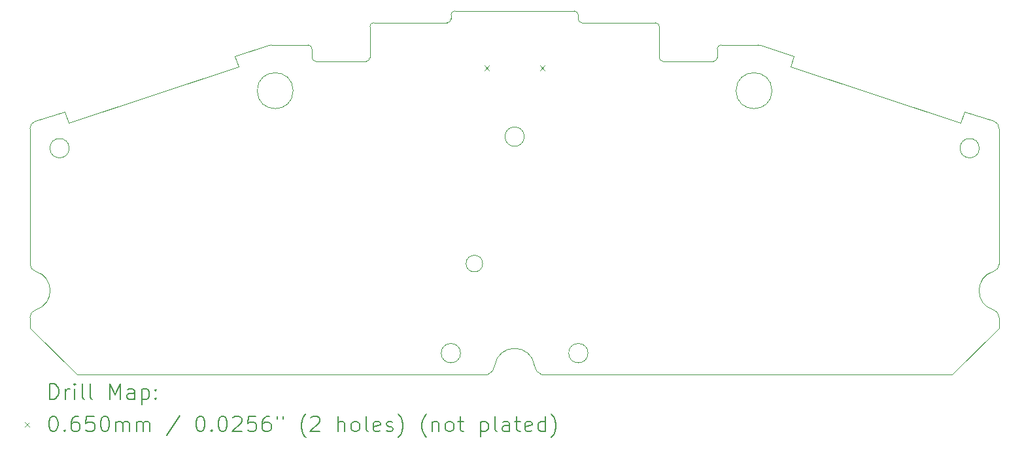
<source format=gbr>
%TF.GenerationSoftware,KiCad,Pcbnew,7.0.6*%
%TF.CreationDate,2023-09-01T19:54:16-07:00*%
%TF.ProjectId,sgpp_main_pcb,73677070-5f6d-4616-996e-5f7063622e6b,1*%
%TF.SameCoordinates,Original*%
%TF.FileFunction,Drillmap*%
%TF.FilePolarity,Positive*%
%FSLAX45Y45*%
G04 Gerber Fmt 4.5, Leading zero omitted, Abs format (unit mm)*
G04 Created by KiCad (PCBNEW 7.0.6) date 2023-09-01 19:54:16*
%MOMM*%
%LPD*%
G01*
G04 APERTURE LIST*
%ADD10C,0.100000*%
%ADD11C,0.200000*%
%ADD12C,0.065000*%
G04 APERTURE END LIST*
D10*
X14652062Y-12353506D02*
G75*
G03*
X14742372Y-12239247I-46352J129456D01*
G01*
X14125964Y-7795232D02*
X13175964Y-7795232D01*
X21274064Y-11747987D02*
X21274064Y-11611856D01*
X15950000Y-12075759D02*
G75*
G03*
X15950000Y-12075759I-125000J0D01*
G01*
X8725938Y-10920208D02*
G75*
G03*
X8798159Y-11016273I100012J8D01*
G01*
X13075964Y-8295234D02*
G75*
G03*
X13125964Y-8245232I6J49994D01*
G01*
X15257917Y-12241439D02*
G75*
G03*
X15347937Y-12353508I136393J17369D01*
G01*
X8725936Y-9165932D02*
X8725936Y-10920208D01*
X15347937Y-12353509D02*
G75*
G03*
X15364801Y-12356438I16863J47069D01*
G01*
X9233000Y-9420743D02*
G75*
G03*
X9233000Y-9420743I-125000J0D01*
G01*
X21274064Y-10920208D02*
X21274064Y-9165932D01*
X8798158Y-11515807D02*
G75*
G03*
X8798159Y-11016274I-72218J249767D01*
G01*
X21017000Y-9420743D02*
G75*
G03*
X21017000Y-9420743I-125000J0D01*
G01*
X15257916Y-12241439D02*
G75*
G03*
X14742372Y-12239247I-257917J-32841D01*
G01*
X14175964Y-7693562D02*
X14175964Y-7745232D01*
X12375962Y-8133737D02*
G75*
G03*
X12325964Y-8083737I-50003J-3D01*
G01*
X18151182Y-8083737D02*
X17674036Y-8083737D01*
X17574036Y-8295226D02*
G75*
G03*
X17624036Y-8245232I4J49996D01*
G01*
X20665613Y-12356438D02*
X21274064Y-11747987D01*
X11426016Y-8368313D02*
X9223094Y-9096008D01*
X12325964Y-8083737D02*
X11848818Y-8083737D01*
X13175964Y-7795234D02*
G75*
G03*
X13125964Y-7845232I6J-50006D01*
G01*
X21201840Y-11016271D02*
G75*
G03*
X21201841Y-11515809I72220J-249769D01*
G01*
X17674036Y-8083736D02*
G75*
G03*
X17624036Y-8133737I4J-50004D01*
G01*
X15824038Y-7693562D02*
G75*
G03*
X15774036Y-7643562I-49998J2D01*
G01*
X21201842Y-11016278D02*
G75*
G03*
X21274064Y-10920208I-27782J96068D01*
G01*
X9223094Y-9096008D02*
X9174091Y-8947663D01*
X21204965Y-9070826D02*
X20825909Y-8947663D01*
X15824036Y-7745232D02*
X15824036Y-7693562D01*
X14635200Y-12356439D02*
G75*
G03*
X14652063Y-12353508I-10J50039D01*
G01*
X15125000Y-9270759D02*
G75*
G03*
X15125000Y-9270759I-125000J0D01*
G01*
X18182084Y-8088632D02*
G75*
G03*
X18151182Y-8083737I-30904J-95108D01*
G01*
X9174091Y-8947663D02*
X8795035Y-9070826D01*
X11817916Y-8088631D02*
X11380569Y-8230734D01*
X8798159Y-11515810D02*
G75*
G03*
X8725936Y-11611924I27771J-96060D01*
G01*
X14125964Y-7795234D02*
G75*
G03*
X14175964Y-7745232I6J49994D01*
G01*
X14225964Y-7643564D02*
G75*
G03*
X14175964Y-7693562I6J-50006D01*
G01*
X16874036Y-8245232D02*
X16874036Y-7845232D01*
X20776906Y-9096008D02*
X18573984Y-8368313D01*
X17624036Y-8133737D02*
X17624036Y-8245232D01*
X16874038Y-8245232D02*
G75*
G03*
X16924036Y-8295232I50002J2D01*
G01*
X17574036Y-8295232D02*
X16924036Y-8295232D01*
X13125964Y-7845232D02*
X13125964Y-8245232D01*
X21274060Y-9165932D02*
G75*
G03*
X21204965Y-9070826I-100000J2D01*
G01*
X11848818Y-8083738D02*
G75*
G03*
X11817916Y-8088632I-8J-99972D01*
G01*
X18332500Y-8675743D02*
G75*
G03*
X18332500Y-8675743I-232500J0D01*
G01*
X8725936Y-11747987D02*
X9334387Y-12356438D01*
X15824038Y-7745232D02*
G75*
G03*
X15874036Y-7795232I50002J2D01*
G01*
X15774036Y-7643562D02*
X14225964Y-7643562D01*
X12132500Y-8675743D02*
G75*
G03*
X12132500Y-8675743I-232500J0D01*
G01*
X18573984Y-8368313D02*
X18619431Y-8230734D01*
X21274057Y-11611856D02*
G75*
G03*
X21201841Y-11515809I-99997J-14D01*
G01*
X9334387Y-12356438D02*
X14635200Y-12356438D01*
X15364801Y-12356438D02*
X20665613Y-12356438D01*
X14586500Y-10915743D02*
G75*
G03*
X14586500Y-10915743I-107500J0D01*
G01*
X12375964Y-8245232D02*
X12375964Y-8133737D01*
X8795034Y-9070822D02*
G75*
G03*
X8725936Y-9165932I30906J-95109D01*
G01*
X13075964Y-8295232D02*
X12425964Y-8295232D01*
X20825909Y-8947663D02*
X20776906Y-9096008D01*
X16874038Y-7845232D02*
G75*
G03*
X16824036Y-7795232I-49998J2D01*
G01*
X12375968Y-8245232D02*
G75*
G03*
X12425964Y-8295232I49992J-8D01*
G01*
X11380569Y-8230734D02*
X11426016Y-8368313D01*
X14300000Y-12075759D02*
G75*
G03*
X14300000Y-12075759I-125000J0D01*
G01*
X16824036Y-7795232D02*
X15874036Y-7795232D01*
X8725936Y-11611924D02*
X8725936Y-11747987D01*
X18619431Y-8230734D02*
X18182084Y-8088631D01*
D11*
D12*
X14607500Y-8351742D02*
X14672500Y-8416743D01*
X14672500Y-8351742D02*
X14607500Y-8416743D01*
X15327500Y-8351742D02*
X15392500Y-8416743D01*
X15392500Y-8351742D02*
X15327500Y-8416743D01*
D11*
X8981713Y-12672922D02*
X8981713Y-12472922D01*
X8981713Y-12472922D02*
X9029332Y-12472922D01*
X9029332Y-12472922D02*
X9057903Y-12482446D01*
X9057903Y-12482446D02*
X9076951Y-12501494D01*
X9076951Y-12501494D02*
X9086475Y-12520541D01*
X9086475Y-12520541D02*
X9095998Y-12558636D01*
X9095998Y-12558636D02*
X9095998Y-12587208D01*
X9095998Y-12587208D02*
X9086475Y-12625303D01*
X9086475Y-12625303D02*
X9076951Y-12644351D01*
X9076951Y-12644351D02*
X9057903Y-12663398D01*
X9057903Y-12663398D02*
X9029332Y-12672922D01*
X9029332Y-12672922D02*
X8981713Y-12672922D01*
X9181713Y-12672922D02*
X9181713Y-12539589D01*
X9181713Y-12577684D02*
X9191237Y-12558636D01*
X9191237Y-12558636D02*
X9200760Y-12549113D01*
X9200760Y-12549113D02*
X9219808Y-12539589D01*
X9219808Y-12539589D02*
X9238856Y-12539589D01*
X9305522Y-12672922D02*
X9305522Y-12539589D01*
X9305522Y-12472922D02*
X9295998Y-12482446D01*
X9295998Y-12482446D02*
X9305522Y-12491970D01*
X9305522Y-12491970D02*
X9315046Y-12482446D01*
X9315046Y-12482446D02*
X9305522Y-12472922D01*
X9305522Y-12472922D02*
X9305522Y-12491970D01*
X9429332Y-12672922D02*
X9410284Y-12663398D01*
X9410284Y-12663398D02*
X9400760Y-12644351D01*
X9400760Y-12644351D02*
X9400760Y-12472922D01*
X9534094Y-12672922D02*
X9515046Y-12663398D01*
X9515046Y-12663398D02*
X9505522Y-12644351D01*
X9505522Y-12644351D02*
X9505522Y-12472922D01*
X9762665Y-12672922D02*
X9762665Y-12472922D01*
X9762665Y-12472922D02*
X9829332Y-12615779D01*
X9829332Y-12615779D02*
X9895998Y-12472922D01*
X9895998Y-12472922D02*
X9895998Y-12672922D01*
X10076951Y-12672922D02*
X10076951Y-12568160D01*
X10076951Y-12568160D02*
X10067427Y-12549113D01*
X10067427Y-12549113D02*
X10048379Y-12539589D01*
X10048379Y-12539589D02*
X10010284Y-12539589D01*
X10010284Y-12539589D02*
X9991237Y-12549113D01*
X10076951Y-12663398D02*
X10057903Y-12672922D01*
X10057903Y-12672922D02*
X10010284Y-12672922D01*
X10010284Y-12672922D02*
X9991237Y-12663398D01*
X9991237Y-12663398D02*
X9981713Y-12644351D01*
X9981713Y-12644351D02*
X9981713Y-12625303D01*
X9981713Y-12625303D02*
X9991237Y-12606255D01*
X9991237Y-12606255D02*
X10010284Y-12596732D01*
X10010284Y-12596732D02*
X10057903Y-12596732D01*
X10057903Y-12596732D02*
X10076951Y-12587208D01*
X10172189Y-12539589D02*
X10172189Y-12739589D01*
X10172189Y-12549113D02*
X10191237Y-12539589D01*
X10191237Y-12539589D02*
X10229332Y-12539589D01*
X10229332Y-12539589D02*
X10248379Y-12549113D01*
X10248379Y-12549113D02*
X10257903Y-12558636D01*
X10257903Y-12558636D02*
X10267427Y-12577684D01*
X10267427Y-12577684D02*
X10267427Y-12634827D01*
X10267427Y-12634827D02*
X10257903Y-12653874D01*
X10257903Y-12653874D02*
X10248379Y-12663398D01*
X10248379Y-12663398D02*
X10229332Y-12672922D01*
X10229332Y-12672922D02*
X10191237Y-12672922D01*
X10191237Y-12672922D02*
X10172189Y-12663398D01*
X10353141Y-12653874D02*
X10362665Y-12663398D01*
X10362665Y-12663398D02*
X10353141Y-12672922D01*
X10353141Y-12672922D02*
X10343618Y-12663398D01*
X10343618Y-12663398D02*
X10353141Y-12653874D01*
X10353141Y-12653874D02*
X10353141Y-12672922D01*
X10353141Y-12549113D02*
X10362665Y-12558636D01*
X10362665Y-12558636D02*
X10353141Y-12568160D01*
X10353141Y-12568160D02*
X10343618Y-12558636D01*
X10343618Y-12558636D02*
X10353141Y-12549113D01*
X10353141Y-12549113D02*
X10353141Y-12568160D01*
D12*
X8655936Y-12968938D02*
X8720936Y-13033938D01*
X8720936Y-12968938D02*
X8655936Y-13033938D01*
D11*
X9019808Y-12892922D02*
X9038856Y-12892922D01*
X9038856Y-12892922D02*
X9057903Y-12902446D01*
X9057903Y-12902446D02*
X9067427Y-12911970D01*
X9067427Y-12911970D02*
X9076951Y-12931017D01*
X9076951Y-12931017D02*
X9086475Y-12969113D01*
X9086475Y-12969113D02*
X9086475Y-13016732D01*
X9086475Y-13016732D02*
X9076951Y-13054827D01*
X9076951Y-13054827D02*
X9067427Y-13073874D01*
X9067427Y-13073874D02*
X9057903Y-13083398D01*
X9057903Y-13083398D02*
X9038856Y-13092922D01*
X9038856Y-13092922D02*
X9019808Y-13092922D01*
X9019808Y-13092922D02*
X9000760Y-13083398D01*
X9000760Y-13083398D02*
X8991237Y-13073874D01*
X8991237Y-13073874D02*
X8981713Y-13054827D01*
X8981713Y-13054827D02*
X8972189Y-13016732D01*
X8972189Y-13016732D02*
X8972189Y-12969113D01*
X8972189Y-12969113D02*
X8981713Y-12931017D01*
X8981713Y-12931017D02*
X8991237Y-12911970D01*
X8991237Y-12911970D02*
X9000760Y-12902446D01*
X9000760Y-12902446D02*
X9019808Y-12892922D01*
X9172189Y-13073874D02*
X9181713Y-13083398D01*
X9181713Y-13083398D02*
X9172189Y-13092922D01*
X9172189Y-13092922D02*
X9162665Y-13083398D01*
X9162665Y-13083398D02*
X9172189Y-13073874D01*
X9172189Y-13073874D02*
X9172189Y-13092922D01*
X9353141Y-12892922D02*
X9315046Y-12892922D01*
X9315046Y-12892922D02*
X9295998Y-12902446D01*
X9295998Y-12902446D02*
X9286475Y-12911970D01*
X9286475Y-12911970D02*
X9267427Y-12940541D01*
X9267427Y-12940541D02*
X9257903Y-12978636D01*
X9257903Y-12978636D02*
X9257903Y-13054827D01*
X9257903Y-13054827D02*
X9267427Y-13073874D01*
X9267427Y-13073874D02*
X9276951Y-13083398D01*
X9276951Y-13083398D02*
X9295998Y-13092922D01*
X9295998Y-13092922D02*
X9334094Y-13092922D01*
X9334094Y-13092922D02*
X9353141Y-13083398D01*
X9353141Y-13083398D02*
X9362665Y-13073874D01*
X9362665Y-13073874D02*
X9372189Y-13054827D01*
X9372189Y-13054827D02*
X9372189Y-13007208D01*
X9372189Y-13007208D02*
X9362665Y-12988160D01*
X9362665Y-12988160D02*
X9353141Y-12978636D01*
X9353141Y-12978636D02*
X9334094Y-12969113D01*
X9334094Y-12969113D02*
X9295998Y-12969113D01*
X9295998Y-12969113D02*
X9276951Y-12978636D01*
X9276951Y-12978636D02*
X9267427Y-12988160D01*
X9267427Y-12988160D02*
X9257903Y-13007208D01*
X9553141Y-12892922D02*
X9457903Y-12892922D01*
X9457903Y-12892922D02*
X9448379Y-12988160D01*
X9448379Y-12988160D02*
X9457903Y-12978636D01*
X9457903Y-12978636D02*
X9476951Y-12969113D01*
X9476951Y-12969113D02*
X9524570Y-12969113D01*
X9524570Y-12969113D02*
X9543618Y-12978636D01*
X9543618Y-12978636D02*
X9553141Y-12988160D01*
X9553141Y-12988160D02*
X9562665Y-13007208D01*
X9562665Y-13007208D02*
X9562665Y-13054827D01*
X9562665Y-13054827D02*
X9553141Y-13073874D01*
X9553141Y-13073874D02*
X9543618Y-13083398D01*
X9543618Y-13083398D02*
X9524570Y-13092922D01*
X9524570Y-13092922D02*
X9476951Y-13092922D01*
X9476951Y-13092922D02*
X9457903Y-13083398D01*
X9457903Y-13083398D02*
X9448379Y-13073874D01*
X9686475Y-12892922D02*
X9705522Y-12892922D01*
X9705522Y-12892922D02*
X9724570Y-12902446D01*
X9724570Y-12902446D02*
X9734094Y-12911970D01*
X9734094Y-12911970D02*
X9743618Y-12931017D01*
X9743618Y-12931017D02*
X9753141Y-12969113D01*
X9753141Y-12969113D02*
X9753141Y-13016732D01*
X9753141Y-13016732D02*
X9743618Y-13054827D01*
X9743618Y-13054827D02*
X9734094Y-13073874D01*
X9734094Y-13073874D02*
X9724570Y-13083398D01*
X9724570Y-13083398D02*
X9705522Y-13092922D01*
X9705522Y-13092922D02*
X9686475Y-13092922D01*
X9686475Y-13092922D02*
X9667427Y-13083398D01*
X9667427Y-13083398D02*
X9657903Y-13073874D01*
X9657903Y-13073874D02*
X9648379Y-13054827D01*
X9648379Y-13054827D02*
X9638856Y-13016732D01*
X9638856Y-13016732D02*
X9638856Y-12969113D01*
X9638856Y-12969113D02*
X9648379Y-12931017D01*
X9648379Y-12931017D02*
X9657903Y-12911970D01*
X9657903Y-12911970D02*
X9667427Y-12902446D01*
X9667427Y-12902446D02*
X9686475Y-12892922D01*
X9838856Y-13092922D02*
X9838856Y-12959589D01*
X9838856Y-12978636D02*
X9848379Y-12969113D01*
X9848379Y-12969113D02*
X9867427Y-12959589D01*
X9867427Y-12959589D02*
X9895999Y-12959589D01*
X9895999Y-12959589D02*
X9915046Y-12969113D01*
X9915046Y-12969113D02*
X9924570Y-12988160D01*
X9924570Y-12988160D02*
X9924570Y-13092922D01*
X9924570Y-12988160D02*
X9934094Y-12969113D01*
X9934094Y-12969113D02*
X9953141Y-12959589D01*
X9953141Y-12959589D02*
X9981713Y-12959589D01*
X9981713Y-12959589D02*
X10000760Y-12969113D01*
X10000760Y-12969113D02*
X10010284Y-12988160D01*
X10010284Y-12988160D02*
X10010284Y-13092922D01*
X10105522Y-13092922D02*
X10105522Y-12959589D01*
X10105522Y-12978636D02*
X10115046Y-12969113D01*
X10115046Y-12969113D02*
X10134094Y-12959589D01*
X10134094Y-12959589D02*
X10162665Y-12959589D01*
X10162665Y-12959589D02*
X10181713Y-12969113D01*
X10181713Y-12969113D02*
X10191237Y-12988160D01*
X10191237Y-12988160D02*
X10191237Y-13092922D01*
X10191237Y-12988160D02*
X10200760Y-12969113D01*
X10200760Y-12969113D02*
X10219808Y-12959589D01*
X10219808Y-12959589D02*
X10248379Y-12959589D01*
X10248379Y-12959589D02*
X10267427Y-12969113D01*
X10267427Y-12969113D02*
X10276951Y-12988160D01*
X10276951Y-12988160D02*
X10276951Y-13092922D01*
X10667427Y-12883398D02*
X10495999Y-13140541D01*
X10924570Y-12892922D02*
X10943618Y-12892922D01*
X10943618Y-12892922D02*
X10962665Y-12902446D01*
X10962665Y-12902446D02*
X10972189Y-12911970D01*
X10972189Y-12911970D02*
X10981713Y-12931017D01*
X10981713Y-12931017D02*
X10991237Y-12969113D01*
X10991237Y-12969113D02*
X10991237Y-13016732D01*
X10991237Y-13016732D02*
X10981713Y-13054827D01*
X10981713Y-13054827D02*
X10972189Y-13073874D01*
X10972189Y-13073874D02*
X10962665Y-13083398D01*
X10962665Y-13083398D02*
X10943618Y-13092922D01*
X10943618Y-13092922D02*
X10924570Y-13092922D01*
X10924570Y-13092922D02*
X10905522Y-13083398D01*
X10905522Y-13083398D02*
X10895999Y-13073874D01*
X10895999Y-13073874D02*
X10886475Y-13054827D01*
X10886475Y-13054827D02*
X10876951Y-13016732D01*
X10876951Y-13016732D02*
X10876951Y-12969113D01*
X10876951Y-12969113D02*
X10886475Y-12931017D01*
X10886475Y-12931017D02*
X10895999Y-12911970D01*
X10895999Y-12911970D02*
X10905522Y-12902446D01*
X10905522Y-12902446D02*
X10924570Y-12892922D01*
X11076951Y-13073874D02*
X11086475Y-13083398D01*
X11086475Y-13083398D02*
X11076951Y-13092922D01*
X11076951Y-13092922D02*
X11067427Y-13083398D01*
X11067427Y-13083398D02*
X11076951Y-13073874D01*
X11076951Y-13073874D02*
X11076951Y-13092922D01*
X11210284Y-12892922D02*
X11229332Y-12892922D01*
X11229332Y-12892922D02*
X11248380Y-12902446D01*
X11248380Y-12902446D02*
X11257903Y-12911970D01*
X11257903Y-12911970D02*
X11267427Y-12931017D01*
X11267427Y-12931017D02*
X11276951Y-12969113D01*
X11276951Y-12969113D02*
X11276951Y-13016732D01*
X11276951Y-13016732D02*
X11267427Y-13054827D01*
X11267427Y-13054827D02*
X11257903Y-13073874D01*
X11257903Y-13073874D02*
X11248380Y-13083398D01*
X11248380Y-13083398D02*
X11229332Y-13092922D01*
X11229332Y-13092922D02*
X11210284Y-13092922D01*
X11210284Y-13092922D02*
X11191237Y-13083398D01*
X11191237Y-13083398D02*
X11181713Y-13073874D01*
X11181713Y-13073874D02*
X11172189Y-13054827D01*
X11172189Y-13054827D02*
X11162665Y-13016732D01*
X11162665Y-13016732D02*
X11162665Y-12969113D01*
X11162665Y-12969113D02*
X11172189Y-12931017D01*
X11172189Y-12931017D02*
X11181713Y-12911970D01*
X11181713Y-12911970D02*
X11191237Y-12902446D01*
X11191237Y-12902446D02*
X11210284Y-12892922D01*
X11353141Y-12911970D02*
X11362665Y-12902446D01*
X11362665Y-12902446D02*
X11381713Y-12892922D01*
X11381713Y-12892922D02*
X11429332Y-12892922D01*
X11429332Y-12892922D02*
X11448380Y-12902446D01*
X11448380Y-12902446D02*
X11457903Y-12911970D01*
X11457903Y-12911970D02*
X11467427Y-12931017D01*
X11467427Y-12931017D02*
X11467427Y-12950065D01*
X11467427Y-12950065D02*
X11457903Y-12978636D01*
X11457903Y-12978636D02*
X11343618Y-13092922D01*
X11343618Y-13092922D02*
X11467427Y-13092922D01*
X11648380Y-12892922D02*
X11553141Y-12892922D01*
X11553141Y-12892922D02*
X11543618Y-12988160D01*
X11543618Y-12988160D02*
X11553141Y-12978636D01*
X11553141Y-12978636D02*
X11572189Y-12969113D01*
X11572189Y-12969113D02*
X11619808Y-12969113D01*
X11619808Y-12969113D02*
X11638856Y-12978636D01*
X11638856Y-12978636D02*
X11648380Y-12988160D01*
X11648380Y-12988160D02*
X11657903Y-13007208D01*
X11657903Y-13007208D02*
X11657903Y-13054827D01*
X11657903Y-13054827D02*
X11648380Y-13073874D01*
X11648380Y-13073874D02*
X11638856Y-13083398D01*
X11638856Y-13083398D02*
X11619808Y-13092922D01*
X11619808Y-13092922D02*
X11572189Y-13092922D01*
X11572189Y-13092922D02*
X11553141Y-13083398D01*
X11553141Y-13083398D02*
X11543618Y-13073874D01*
X11829332Y-12892922D02*
X11791237Y-12892922D01*
X11791237Y-12892922D02*
X11772189Y-12902446D01*
X11772189Y-12902446D02*
X11762665Y-12911970D01*
X11762665Y-12911970D02*
X11743618Y-12940541D01*
X11743618Y-12940541D02*
X11734094Y-12978636D01*
X11734094Y-12978636D02*
X11734094Y-13054827D01*
X11734094Y-13054827D02*
X11743618Y-13073874D01*
X11743618Y-13073874D02*
X11753141Y-13083398D01*
X11753141Y-13083398D02*
X11772189Y-13092922D01*
X11772189Y-13092922D02*
X11810284Y-13092922D01*
X11810284Y-13092922D02*
X11829332Y-13083398D01*
X11829332Y-13083398D02*
X11838856Y-13073874D01*
X11838856Y-13073874D02*
X11848380Y-13054827D01*
X11848380Y-13054827D02*
X11848380Y-13007208D01*
X11848380Y-13007208D02*
X11838856Y-12988160D01*
X11838856Y-12988160D02*
X11829332Y-12978636D01*
X11829332Y-12978636D02*
X11810284Y-12969113D01*
X11810284Y-12969113D02*
X11772189Y-12969113D01*
X11772189Y-12969113D02*
X11753141Y-12978636D01*
X11753141Y-12978636D02*
X11743618Y-12988160D01*
X11743618Y-12988160D02*
X11734094Y-13007208D01*
X11924570Y-12892922D02*
X11924570Y-12931017D01*
X12000761Y-12892922D02*
X12000761Y-12931017D01*
X12295999Y-13169113D02*
X12286475Y-13159589D01*
X12286475Y-13159589D02*
X12267427Y-13131017D01*
X12267427Y-13131017D02*
X12257903Y-13111970D01*
X12257903Y-13111970D02*
X12248380Y-13083398D01*
X12248380Y-13083398D02*
X12238856Y-13035779D01*
X12238856Y-13035779D02*
X12238856Y-12997684D01*
X12238856Y-12997684D02*
X12248380Y-12950065D01*
X12248380Y-12950065D02*
X12257903Y-12921494D01*
X12257903Y-12921494D02*
X12267427Y-12902446D01*
X12267427Y-12902446D02*
X12286475Y-12873874D01*
X12286475Y-12873874D02*
X12295999Y-12864351D01*
X12362665Y-12911970D02*
X12372189Y-12902446D01*
X12372189Y-12902446D02*
X12391237Y-12892922D01*
X12391237Y-12892922D02*
X12438856Y-12892922D01*
X12438856Y-12892922D02*
X12457903Y-12902446D01*
X12457903Y-12902446D02*
X12467427Y-12911970D01*
X12467427Y-12911970D02*
X12476951Y-12931017D01*
X12476951Y-12931017D02*
X12476951Y-12950065D01*
X12476951Y-12950065D02*
X12467427Y-12978636D01*
X12467427Y-12978636D02*
X12353142Y-13092922D01*
X12353142Y-13092922D02*
X12476951Y-13092922D01*
X12715046Y-13092922D02*
X12715046Y-12892922D01*
X12800761Y-13092922D02*
X12800761Y-12988160D01*
X12800761Y-12988160D02*
X12791237Y-12969113D01*
X12791237Y-12969113D02*
X12772189Y-12959589D01*
X12772189Y-12959589D02*
X12743618Y-12959589D01*
X12743618Y-12959589D02*
X12724570Y-12969113D01*
X12724570Y-12969113D02*
X12715046Y-12978636D01*
X12924570Y-13092922D02*
X12905523Y-13083398D01*
X12905523Y-13083398D02*
X12895999Y-13073874D01*
X12895999Y-13073874D02*
X12886475Y-13054827D01*
X12886475Y-13054827D02*
X12886475Y-12997684D01*
X12886475Y-12997684D02*
X12895999Y-12978636D01*
X12895999Y-12978636D02*
X12905523Y-12969113D01*
X12905523Y-12969113D02*
X12924570Y-12959589D01*
X12924570Y-12959589D02*
X12953142Y-12959589D01*
X12953142Y-12959589D02*
X12972189Y-12969113D01*
X12972189Y-12969113D02*
X12981713Y-12978636D01*
X12981713Y-12978636D02*
X12991237Y-12997684D01*
X12991237Y-12997684D02*
X12991237Y-13054827D01*
X12991237Y-13054827D02*
X12981713Y-13073874D01*
X12981713Y-13073874D02*
X12972189Y-13083398D01*
X12972189Y-13083398D02*
X12953142Y-13092922D01*
X12953142Y-13092922D02*
X12924570Y-13092922D01*
X13105523Y-13092922D02*
X13086475Y-13083398D01*
X13086475Y-13083398D02*
X13076951Y-13064351D01*
X13076951Y-13064351D02*
X13076951Y-12892922D01*
X13257904Y-13083398D02*
X13238856Y-13092922D01*
X13238856Y-13092922D02*
X13200761Y-13092922D01*
X13200761Y-13092922D02*
X13181713Y-13083398D01*
X13181713Y-13083398D02*
X13172189Y-13064351D01*
X13172189Y-13064351D02*
X13172189Y-12988160D01*
X13172189Y-12988160D02*
X13181713Y-12969113D01*
X13181713Y-12969113D02*
X13200761Y-12959589D01*
X13200761Y-12959589D02*
X13238856Y-12959589D01*
X13238856Y-12959589D02*
X13257904Y-12969113D01*
X13257904Y-12969113D02*
X13267427Y-12988160D01*
X13267427Y-12988160D02*
X13267427Y-13007208D01*
X13267427Y-13007208D02*
X13172189Y-13026255D01*
X13343618Y-13083398D02*
X13362665Y-13092922D01*
X13362665Y-13092922D02*
X13400761Y-13092922D01*
X13400761Y-13092922D02*
X13419808Y-13083398D01*
X13419808Y-13083398D02*
X13429332Y-13064351D01*
X13429332Y-13064351D02*
X13429332Y-13054827D01*
X13429332Y-13054827D02*
X13419808Y-13035779D01*
X13419808Y-13035779D02*
X13400761Y-13026255D01*
X13400761Y-13026255D02*
X13372189Y-13026255D01*
X13372189Y-13026255D02*
X13353142Y-13016732D01*
X13353142Y-13016732D02*
X13343618Y-12997684D01*
X13343618Y-12997684D02*
X13343618Y-12988160D01*
X13343618Y-12988160D02*
X13353142Y-12969113D01*
X13353142Y-12969113D02*
X13372189Y-12959589D01*
X13372189Y-12959589D02*
X13400761Y-12959589D01*
X13400761Y-12959589D02*
X13419808Y-12969113D01*
X13495999Y-13169113D02*
X13505523Y-13159589D01*
X13505523Y-13159589D02*
X13524570Y-13131017D01*
X13524570Y-13131017D02*
X13534094Y-13111970D01*
X13534094Y-13111970D02*
X13543618Y-13083398D01*
X13543618Y-13083398D02*
X13553142Y-13035779D01*
X13553142Y-13035779D02*
X13553142Y-12997684D01*
X13553142Y-12997684D02*
X13543618Y-12950065D01*
X13543618Y-12950065D02*
X13534094Y-12921494D01*
X13534094Y-12921494D02*
X13524570Y-12902446D01*
X13524570Y-12902446D02*
X13505523Y-12873874D01*
X13505523Y-12873874D02*
X13495999Y-12864351D01*
X13857904Y-13169113D02*
X13848380Y-13159589D01*
X13848380Y-13159589D02*
X13829332Y-13131017D01*
X13829332Y-13131017D02*
X13819808Y-13111970D01*
X13819808Y-13111970D02*
X13810285Y-13083398D01*
X13810285Y-13083398D02*
X13800761Y-13035779D01*
X13800761Y-13035779D02*
X13800761Y-12997684D01*
X13800761Y-12997684D02*
X13810285Y-12950065D01*
X13810285Y-12950065D02*
X13819808Y-12921494D01*
X13819808Y-12921494D02*
X13829332Y-12902446D01*
X13829332Y-12902446D02*
X13848380Y-12873874D01*
X13848380Y-12873874D02*
X13857904Y-12864351D01*
X13934094Y-12959589D02*
X13934094Y-13092922D01*
X13934094Y-12978636D02*
X13943618Y-12969113D01*
X13943618Y-12969113D02*
X13962665Y-12959589D01*
X13962665Y-12959589D02*
X13991237Y-12959589D01*
X13991237Y-12959589D02*
X14010285Y-12969113D01*
X14010285Y-12969113D02*
X14019808Y-12988160D01*
X14019808Y-12988160D02*
X14019808Y-13092922D01*
X14143618Y-13092922D02*
X14124570Y-13083398D01*
X14124570Y-13083398D02*
X14115046Y-13073874D01*
X14115046Y-13073874D02*
X14105523Y-13054827D01*
X14105523Y-13054827D02*
X14105523Y-12997684D01*
X14105523Y-12997684D02*
X14115046Y-12978636D01*
X14115046Y-12978636D02*
X14124570Y-12969113D01*
X14124570Y-12969113D02*
X14143618Y-12959589D01*
X14143618Y-12959589D02*
X14172189Y-12959589D01*
X14172189Y-12959589D02*
X14191237Y-12969113D01*
X14191237Y-12969113D02*
X14200761Y-12978636D01*
X14200761Y-12978636D02*
X14210285Y-12997684D01*
X14210285Y-12997684D02*
X14210285Y-13054827D01*
X14210285Y-13054827D02*
X14200761Y-13073874D01*
X14200761Y-13073874D02*
X14191237Y-13083398D01*
X14191237Y-13083398D02*
X14172189Y-13092922D01*
X14172189Y-13092922D02*
X14143618Y-13092922D01*
X14267427Y-12959589D02*
X14343618Y-12959589D01*
X14295999Y-12892922D02*
X14295999Y-13064351D01*
X14295999Y-13064351D02*
X14305523Y-13083398D01*
X14305523Y-13083398D02*
X14324570Y-13092922D01*
X14324570Y-13092922D02*
X14343618Y-13092922D01*
X14562666Y-12959589D02*
X14562666Y-13159589D01*
X14562666Y-12969113D02*
X14581713Y-12959589D01*
X14581713Y-12959589D02*
X14619808Y-12959589D01*
X14619808Y-12959589D02*
X14638856Y-12969113D01*
X14638856Y-12969113D02*
X14648380Y-12978636D01*
X14648380Y-12978636D02*
X14657904Y-12997684D01*
X14657904Y-12997684D02*
X14657904Y-13054827D01*
X14657904Y-13054827D02*
X14648380Y-13073874D01*
X14648380Y-13073874D02*
X14638856Y-13083398D01*
X14638856Y-13083398D02*
X14619808Y-13092922D01*
X14619808Y-13092922D02*
X14581713Y-13092922D01*
X14581713Y-13092922D02*
X14562666Y-13083398D01*
X14772189Y-13092922D02*
X14753142Y-13083398D01*
X14753142Y-13083398D02*
X14743618Y-13064351D01*
X14743618Y-13064351D02*
X14743618Y-12892922D01*
X14934094Y-13092922D02*
X14934094Y-12988160D01*
X14934094Y-12988160D02*
X14924570Y-12969113D01*
X14924570Y-12969113D02*
X14905523Y-12959589D01*
X14905523Y-12959589D02*
X14867427Y-12959589D01*
X14867427Y-12959589D02*
X14848380Y-12969113D01*
X14934094Y-13083398D02*
X14915047Y-13092922D01*
X14915047Y-13092922D02*
X14867427Y-13092922D01*
X14867427Y-13092922D02*
X14848380Y-13083398D01*
X14848380Y-13083398D02*
X14838856Y-13064351D01*
X14838856Y-13064351D02*
X14838856Y-13045303D01*
X14838856Y-13045303D02*
X14848380Y-13026255D01*
X14848380Y-13026255D02*
X14867427Y-13016732D01*
X14867427Y-13016732D02*
X14915047Y-13016732D01*
X14915047Y-13016732D02*
X14934094Y-13007208D01*
X15000761Y-12959589D02*
X15076951Y-12959589D01*
X15029332Y-12892922D02*
X15029332Y-13064351D01*
X15029332Y-13064351D02*
X15038856Y-13083398D01*
X15038856Y-13083398D02*
X15057904Y-13092922D01*
X15057904Y-13092922D02*
X15076951Y-13092922D01*
X15219808Y-13083398D02*
X15200761Y-13092922D01*
X15200761Y-13092922D02*
X15162666Y-13092922D01*
X15162666Y-13092922D02*
X15143618Y-13083398D01*
X15143618Y-13083398D02*
X15134094Y-13064351D01*
X15134094Y-13064351D02*
X15134094Y-12988160D01*
X15134094Y-12988160D02*
X15143618Y-12969113D01*
X15143618Y-12969113D02*
X15162666Y-12959589D01*
X15162666Y-12959589D02*
X15200761Y-12959589D01*
X15200761Y-12959589D02*
X15219808Y-12969113D01*
X15219808Y-12969113D02*
X15229332Y-12988160D01*
X15229332Y-12988160D02*
X15229332Y-13007208D01*
X15229332Y-13007208D02*
X15134094Y-13026255D01*
X15400761Y-13092922D02*
X15400761Y-12892922D01*
X15400761Y-13083398D02*
X15381713Y-13092922D01*
X15381713Y-13092922D02*
X15343618Y-13092922D01*
X15343618Y-13092922D02*
X15324570Y-13083398D01*
X15324570Y-13083398D02*
X15315047Y-13073874D01*
X15315047Y-13073874D02*
X15305523Y-13054827D01*
X15305523Y-13054827D02*
X15305523Y-12997684D01*
X15305523Y-12997684D02*
X15315047Y-12978636D01*
X15315047Y-12978636D02*
X15324570Y-12969113D01*
X15324570Y-12969113D02*
X15343618Y-12959589D01*
X15343618Y-12959589D02*
X15381713Y-12959589D01*
X15381713Y-12959589D02*
X15400761Y-12969113D01*
X15476951Y-13169113D02*
X15486475Y-13159589D01*
X15486475Y-13159589D02*
X15505523Y-13131017D01*
X15505523Y-13131017D02*
X15515047Y-13111970D01*
X15515047Y-13111970D02*
X15524570Y-13083398D01*
X15524570Y-13083398D02*
X15534094Y-13035779D01*
X15534094Y-13035779D02*
X15534094Y-12997684D01*
X15534094Y-12997684D02*
X15524570Y-12950065D01*
X15524570Y-12950065D02*
X15515047Y-12921494D01*
X15515047Y-12921494D02*
X15505523Y-12902446D01*
X15505523Y-12902446D02*
X15486475Y-12873874D01*
X15486475Y-12873874D02*
X15476951Y-12864351D01*
M02*

</source>
